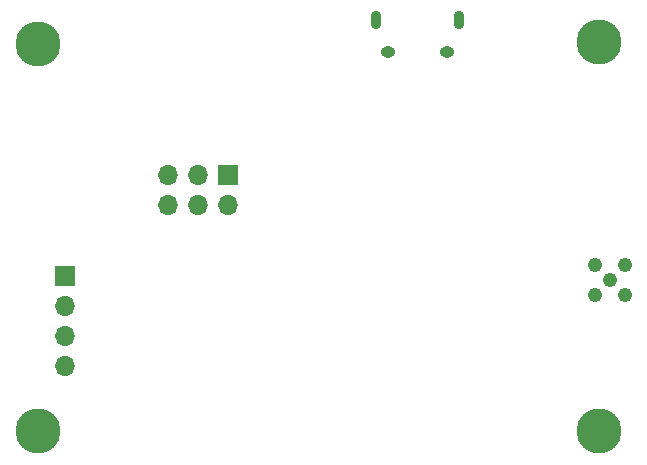
<source format=gbr>
%TF.GenerationSoftware,KiCad,Pcbnew,8.0.4-8.0.4-0~ubuntu24.04.1*%
%TF.CreationDate,2024-08-31T18:15:15+03:00*%
%TF.ProjectId,ground_control_using_pc,67726f75-6e64-45f6-936f-6e74726f6c5f,rev?*%
%TF.SameCoordinates,Original*%
%TF.FileFunction,Soldermask,Bot*%
%TF.FilePolarity,Negative*%
%FSLAX46Y46*%
G04 Gerber Fmt 4.6, Leading zero omitted, Abs format (unit mm)*
G04 Created by KiCad (PCBNEW 8.0.4-8.0.4-0~ubuntu24.04.1) date 2024-08-31 18:15:15*
%MOMM*%
%LPD*%
G01*
G04 APERTURE LIST*
%ADD10C,3.800000*%
%ADD11R,1.700000X1.700000*%
%ADD12O,1.700000X1.700000*%
%ADD13C,1.240000*%
%ADD14O,0.890000X1.550000*%
%ADD15O,1.250000X0.950000*%
G04 APERTURE END LIST*
D10*
%TO.C,H4*%
X202500000Y-104000000D03*
%TD*%
D11*
%TO.C,J6*%
X171060000Y-82250000D03*
D12*
X171060000Y-84790000D03*
X168520000Y-82250000D03*
X168520000Y-84790000D03*
X165980000Y-82250000D03*
X165980000Y-84790000D03*
%TD*%
D10*
%TO.C,H1*%
X155000000Y-71200000D03*
%TD*%
%TO.C,H2*%
X155000000Y-104000000D03*
%TD*%
D13*
%TO.C,AE1*%
X203430000Y-91140000D03*
X202160000Y-89870000D03*
X202160000Y-92410000D03*
X204700000Y-89870000D03*
X204700000Y-92410000D03*
%TD*%
D10*
%TO.C,H3*%
X202500000Y-71000000D03*
%TD*%
D14*
%TO.C,J2*%
X190620000Y-69180000D03*
D15*
X189620000Y-71880000D03*
X184620000Y-71880000D03*
D14*
X183620000Y-69180000D03*
%TD*%
D11*
%TO.C,J5*%
X157270000Y-90840000D03*
D12*
X157270000Y-93380000D03*
X157270000Y-95920000D03*
X157270000Y-98460000D03*
%TD*%
M02*

</source>
